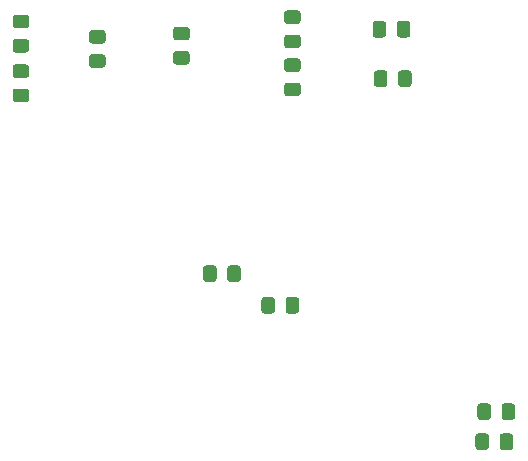
<source format=gbr>
G04 #@! TF.GenerationSoftware,KiCad,Pcbnew,5.1.6-c6e7f7d~87~ubuntu18.04.1*
G04 #@! TF.CreationDate,2020-08-19T11:53:39-04:00*
G04 #@! TF.ProjectId,four_pole_lpf,666f7572-5f70-46f6-9c65-5f6c70662e6b,rev?*
G04 #@! TF.SameCoordinates,Original*
G04 #@! TF.FileFunction,Paste,Bot*
G04 #@! TF.FilePolarity,Positive*
%FSLAX46Y46*%
G04 Gerber Fmt 4.6, Leading zero omitted, Abs format (unit mm)*
G04 Created by KiCad (PCBNEW 5.1.6-c6e7f7d~87~ubuntu18.04.1) date 2020-08-19 11:53:39*
%MOMM*%
%LPD*%
G01*
G04 APERTURE LIST*
G04 APERTURE END LIST*
G36*
G01*
X120465000Y-97986001D02*
X120465000Y-97085999D01*
G75*
G02*
X120714999Y-96836000I249999J0D01*
G01*
X121365001Y-96836000D01*
G75*
G02*
X121615000Y-97085999I0J-249999D01*
G01*
X121615000Y-97986001D01*
G75*
G02*
X121365001Y-98236000I-249999J0D01*
G01*
X120714999Y-98236000D01*
G75*
G02*
X120465000Y-97986001I0J249999D01*
G01*
G37*
G36*
G01*
X118415000Y-97986001D02*
X118415000Y-97085999D01*
G75*
G02*
X118664999Y-96836000I249999J0D01*
G01*
X119315001Y-96836000D01*
G75*
G02*
X119565000Y-97085999I0J-249999D01*
G01*
X119565000Y-97986001D01*
G75*
G02*
X119315001Y-98236000I-249999J0D01*
G01*
X118664999Y-98236000D01*
G75*
G02*
X118415000Y-97986001I0J249999D01*
G01*
G37*
G36*
G01*
X124509000Y-99752999D02*
X124509000Y-100653001D01*
G75*
G02*
X124259001Y-100903000I-249999J0D01*
G01*
X123608999Y-100903000D01*
G75*
G02*
X123359000Y-100653001I0J249999D01*
G01*
X123359000Y-99752999D01*
G75*
G02*
X123608999Y-99503000I249999J0D01*
G01*
X124259001Y-99503000D01*
G75*
G02*
X124509000Y-99752999I0J-249999D01*
G01*
G37*
G36*
G01*
X126559000Y-99752999D02*
X126559000Y-100653001D01*
G75*
G02*
X126309001Y-100903000I-249999J0D01*
G01*
X125658999Y-100903000D01*
G75*
G02*
X125409000Y-100653001I0J249999D01*
G01*
X125409000Y-99752999D01*
G75*
G02*
X125658999Y-99503000I249999J0D01*
G01*
X126309001Y-99503000D01*
G75*
G02*
X126559000Y-99752999I0J-249999D01*
G01*
G37*
G36*
G01*
X134825000Y-77285001D02*
X134825000Y-76384999D01*
G75*
G02*
X135074999Y-76135000I249999J0D01*
G01*
X135725001Y-76135000D01*
G75*
G02*
X135975000Y-76384999I0J-249999D01*
G01*
X135975000Y-77285001D01*
G75*
G02*
X135725001Y-77535000I-249999J0D01*
G01*
X135074999Y-77535000D01*
G75*
G02*
X134825000Y-77285001I0J249999D01*
G01*
G37*
G36*
G01*
X132775000Y-77285001D02*
X132775000Y-76384999D01*
G75*
G02*
X133024999Y-76135000I249999J0D01*
G01*
X133675001Y-76135000D01*
G75*
G02*
X133925000Y-76384999I0J-249999D01*
G01*
X133925000Y-77285001D01*
G75*
G02*
X133675001Y-77535000I-249999J0D01*
G01*
X133024999Y-77535000D01*
G75*
G02*
X132775000Y-77285001I0J249999D01*
G01*
G37*
G36*
G01*
X134034000Y-80575999D02*
X134034000Y-81476001D01*
G75*
G02*
X133784001Y-81726000I-249999J0D01*
G01*
X133133999Y-81726000D01*
G75*
G02*
X132884000Y-81476001I0J249999D01*
G01*
X132884000Y-80575999D01*
G75*
G02*
X133133999Y-80326000I249999J0D01*
G01*
X133784001Y-80326000D01*
G75*
G02*
X134034000Y-80575999I0J-249999D01*
G01*
G37*
G36*
G01*
X136084000Y-80575999D02*
X136084000Y-81476001D01*
G75*
G02*
X135834001Y-81726000I-249999J0D01*
G01*
X135183999Y-81726000D01*
G75*
G02*
X134934000Y-81476001I0J249999D01*
G01*
X134934000Y-80575999D01*
G75*
G02*
X135183999Y-80326000I249999J0D01*
G01*
X135834001Y-80326000D01*
G75*
G02*
X136084000Y-80575999I0J-249999D01*
G01*
G37*
G36*
G01*
X125533999Y-77294000D02*
X126434001Y-77294000D01*
G75*
G02*
X126684000Y-77543999I0J-249999D01*
G01*
X126684000Y-78194001D01*
G75*
G02*
X126434001Y-78444000I-249999J0D01*
G01*
X125533999Y-78444000D01*
G75*
G02*
X125284000Y-78194001I0J249999D01*
G01*
X125284000Y-77543999D01*
G75*
G02*
X125533999Y-77294000I249999J0D01*
G01*
G37*
G36*
G01*
X125533999Y-75244000D02*
X126434001Y-75244000D01*
G75*
G02*
X126684000Y-75493999I0J-249999D01*
G01*
X126684000Y-76144001D01*
G75*
G02*
X126434001Y-76394000I-249999J0D01*
G01*
X125533999Y-76394000D01*
G75*
G02*
X125284000Y-76144001I0J249999D01*
G01*
X125284000Y-75493999D01*
G75*
G02*
X125533999Y-75244000I249999J0D01*
G01*
G37*
G36*
G01*
X125533999Y-81358000D02*
X126434001Y-81358000D01*
G75*
G02*
X126684000Y-81607999I0J-249999D01*
G01*
X126684000Y-82258001D01*
G75*
G02*
X126434001Y-82508000I-249999J0D01*
G01*
X125533999Y-82508000D01*
G75*
G02*
X125284000Y-82258001I0J249999D01*
G01*
X125284000Y-81607999D01*
G75*
G02*
X125533999Y-81358000I249999J0D01*
G01*
G37*
G36*
G01*
X125533999Y-79308000D02*
X126434001Y-79308000D01*
G75*
G02*
X126684000Y-79557999I0J-249999D01*
G01*
X126684000Y-80208001D01*
G75*
G02*
X126434001Y-80458000I-249999J0D01*
G01*
X125533999Y-80458000D01*
G75*
G02*
X125284000Y-80208001I0J249999D01*
G01*
X125284000Y-79557999D01*
G75*
G02*
X125533999Y-79308000I249999J0D01*
G01*
G37*
G36*
G01*
X102546999Y-77657000D02*
X103447001Y-77657000D01*
G75*
G02*
X103697000Y-77906999I0J-249999D01*
G01*
X103697000Y-78557001D01*
G75*
G02*
X103447001Y-78807000I-249999J0D01*
G01*
X102546999Y-78807000D01*
G75*
G02*
X102297000Y-78557001I0J249999D01*
G01*
X102297000Y-77906999D01*
G75*
G02*
X102546999Y-77657000I249999J0D01*
G01*
G37*
G36*
G01*
X102546999Y-75607000D02*
X103447001Y-75607000D01*
G75*
G02*
X103697000Y-75856999I0J-249999D01*
G01*
X103697000Y-76507001D01*
G75*
G02*
X103447001Y-76757000I-249999J0D01*
G01*
X102546999Y-76757000D01*
G75*
G02*
X102297000Y-76507001I0J249999D01*
G01*
X102297000Y-75856999D01*
G75*
G02*
X102546999Y-75607000I249999J0D01*
G01*
G37*
G36*
G01*
X102546999Y-81866000D02*
X103447001Y-81866000D01*
G75*
G02*
X103697000Y-82115999I0J-249999D01*
G01*
X103697000Y-82766001D01*
G75*
G02*
X103447001Y-83016000I-249999J0D01*
G01*
X102546999Y-83016000D01*
G75*
G02*
X102297000Y-82766001I0J249999D01*
G01*
X102297000Y-82115999D01*
G75*
G02*
X102546999Y-81866000I249999J0D01*
G01*
G37*
G36*
G01*
X102546999Y-79816000D02*
X103447001Y-79816000D01*
G75*
G02*
X103697000Y-80065999I0J-249999D01*
G01*
X103697000Y-80716001D01*
G75*
G02*
X103447001Y-80966000I-249999J0D01*
G01*
X102546999Y-80966000D01*
G75*
G02*
X102297000Y-80716001I0J249999D01*
G01*
X102297000Y-80065999D01*
G75*
G02*
X102546999Y-79816000I249999J0D01*
G01*
G37*
G36*
G01*
X109023999Y-78945000D02*
X109924001Y-78945000D01*
G75*
G02*
X110174000Y-79194999I0J-249999D01*
G01*
X110174000Y-79845001D01*
G75*
G02*
X109924001Y-80095000I-249999J0D01*
G01*
X109023999Y-80095000D01*
G75*
G02*
X108774000Y-79845001I0J249999D01*
G01*
X108774000Y-79194999D01*
G75*
G02*
X109023999Y-78945000I249999J0D01*
G01*
G37*
G36*
G01*
X109023999Y-76895000D02*
X109924001Y-76895000D01*
G75*
G02*
X110174000Y-77144999I0J-249999D01*
G01*
X110174000Y-77795001D01*
G75*
G02*
X109924001Y-78045000I-249999J0D01*
G01*
X109023999Y-78045000D01*
G75*
G02*
X108774000Y-77795001I0J249999D01*
G01*
X108774000Y-77144999D01*
G75*
G02*
X109023999Y-76895000I249999J0D01*
G01*
G37*
G36*
G01*
X117036001Y-77773000D02*
X116135999Y-77773000D01*
G75*
G02*
X115886000Y-77523001I0J249999D01*
G01*
X115886000Y-76872999D01*
G75*
G02*
X116135999Y-76623000I249999J0D01*
G01*
X117036001Y-76623000D01*
G75*
G02*
X117286000Y-76872999I0J-249999D01*
G01*
X117286000Y-77523001D01*
G75*
G02*
X117036001Y-77773000I-249999J0D01*
G01*
G37*
G36*
G01*
X117036001Y-79823000D02*
X116135999Y-79823000D01*
G75*
G02*
X115886000Y-79573001I0J249999D01*
G01*
X115886000Y-78922999D01*
G75*
G02*
X116135999Y-78673000I249999J0D01*
G01*
X117036001Y-78673000D01*
G75*
G02*
X117286000Y-78922999I0J-249999D01*
G01*
X117286000Y-79573001D01*
G75*
G02*
X117036001Y-79823000I-249999J0D01*
G01*
G37*
G36*
G01*
X143697000Y-109670001D02*
X143697000Y-108769999D01*
G75*
G02*
X143946999Y-108520000I249999J0D01*
G01*
X144597001Y-108520000D01*
G75*
G02*
X144847000Y-108769999I0J-249999D01*
G01*
X144847000Y-109670001D01*
G75*
G02*
X144597001Y-109920000I-249999J0D01*
G01*
X143946999Y-109920000D01*
G75*
G02*
X143697000Y-109670001I0J249999D01*
G01*
G37*
G36*
G01*
X141647000Y-109670001D02*
X141647000Y-108769999D01*
G75*
G02*
X141896999Y-108520000I249999J0D01*
G01*
X142547001Y-108520000D01*
G75*
G02*
X142797000Y-108769999I0J-249999D01*
G01*
X142797000Y-109670001D01*
G75*
G02*
X142547001Y-109920000I-249999J0D01*
G01*
X141896999Y-109920000D01*
G75*
G02*
X141647000Y-109670001I0J249999D01*
G01*
G37*
G36*
G01*
X142637200Y-111309999D02*
X142637200Y-112210001D01*
G75*
G02*
X142387201Y-112460000I-249999J0D01*
G01*
X141737199Y-112460000D01*
G75*
G02*
X141487200Y-112210001I0J249999D01*
G01*
X141487200Y-111309999D01*
G75*
G02*
X141737199Y-111060000I249999J0D01*
G01*
X142387201Y-111060000D01*
G75*
G02*
X142637200Y-111309999I0J-249999D01*
G01*
G37*
G36*
G01*
X144687200Y-111309999D02*
X144687200Y-112210001D01*
G75*
G02*
X144437201Y-112460000I-249999J0D01*
G01*
X143787199Y-112460000D01*
G75*
G02*
X143537200Y-112210001I0J249999D01*
G01*
X143537200Y-111309999D01*
G75*
G02*
X143787199Y-111060000I249999J0D01*
G01*
X144437201Y-111060000D01*
G75*
G02*
X144687200Y-111309999I0J-249999D01*
G01*
G37*
M02*

</source>
